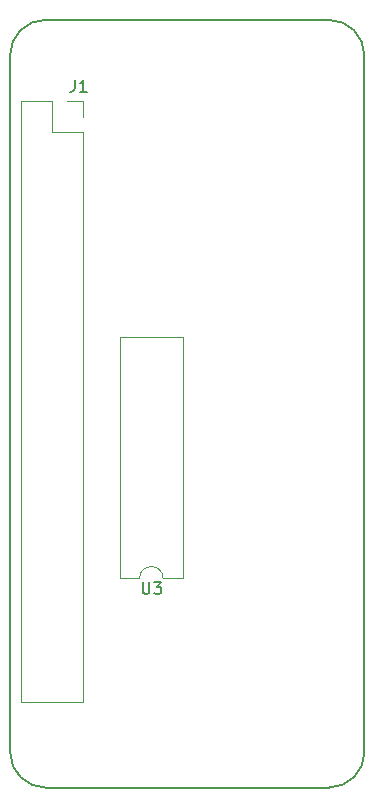
<source format=gbr>
%TF.GenerationSoftware,KiCad,Pcbnew,8.0.8*%
%TF.CreationDate,2025-02-21T13:51:55-05:00*%
%TF.ProjectId,TPI_v1,5450495f-7631-42e6-9b69-6361645f7063,rev?*%
%TF.SameCoordinates,Original*%
%TF.FileFunction,Legend,Top*%
%TF.FilePolarity,Positive*%
%FSLAX46Y46*%
G04 Gerber Fmt 4.6, Leading zero omitted, Abs format (unit mm)*
G04 Created by KiCad (PCBNEW 8.0.8) date 2025-02-21 13:51:55*
%MOMM*%
%LPD*%
G01*
G04 APERTURE LIST*
%ADD10C,0.150000*%
%ADD11C,0.120000*%
%TA.AperFunction,Profile*%
%ADD12C,0.200000*%
%TD*%
G04 APERTURE END LIST*
D10*
X149983266Y-54595019D02*
X149983266Y-55309304D01*
X149983266Y-55309304D02*
X149935647Y-55452161D01*
X149935647Y-55452161D02*
X149840409Y-55547400D01*
X149840409Y-55547400D02*
X149697552Y-55595019D01*
X149697552Y-55595019D02*
X149602314Y-55595019D01*
X150983266Y-55595019D02*
X150411838Y-55595019D01*
X150697552Y-55595019D02*
X150697552Y-54595019D01*
X150697552Y-54595019D02*
X150602314Y-54737876D01*
X150602314Y-54737876D02*
X150507076Y-54833114D01*
X150507076Y-54833114D02*
X150411838Y-54880733D01*
X155716895Y-97099619D02*
X155716895Y-97909142D01*
X155716895Y-97909142D02*
X155764514Y-98004380D01*
X155764514Y-98004380D02*
X155812133Y-98052000D01*
X155812133Y-98052000D02*
X155907371Y-98099619D01*
X155907371Y-98099619D02*
X156097847Y-98099619D01*
X156097847Y-98099619D02*
X156193085Y-98052000D01*
X156193085Y-98052000D02*
X156240704Y-98004380D01*
X156240704Y-98004380D02*
X156288323Y-97909142D01*
X156288323Y-97909142D02*
X156288323Y-97099619D01*
X156669276Y-97099619D02*
X157288323Y-97099619D01*
X157288323Y-97099619D02*
X156954990Y-97480571D01*
X156954990Y-97480571D02*
X157097847Y-97480571D01*
X157097847Y-97480571D02*
X157193085Y-97528190D01*
X157193085Y-97528190D02*
X157240704Y-97575809D01*
X157240704Y-97575809D02*
X157288323Y-97671047D01*
X157288323Y-97671047D02*
X157288323Y-97909142D01*
X157288323Y-97909142D02*
X157240704Y-98004380D01*
X157240704Y-98004380D02*
X157193085Y-98052000D01*
X157193085Y-98052000D02*
X157097847Y-98099619D01*
X157097847Y-98099619D02*
X156812133Y-98099619D01*
X156812133Y-98099619D02*
X156716895Y-98052000D01*
X156716895Y-98052000D02*
X156669276Y-98004380D01*
D11*
%TO.C,J1*%
X145439800Y-56375600D02*
X145439800Y-107295600D01*
X148039800Y-56375600D02*
X145439800Y-56375600D01*
X148039800Y-58975600D02*
X148039800Y-56375600D01*
X150639800Y-56375600D02*
X149309800Y-56375600D01*
X150639800Y-57705600D02*
X150639800Y-56375600D01*
X150639800Y-58975600D02*
X148039800Y-58975600D01*
X150639800Y-58975600D02*
X150639800Y-107295600D01*
X150639800Y-107295600D02*
X145439800Y-107295600D01*
%TO.C,U3*%
X153803400Y-76350400D02*
X153803400Y-96790400D01*
X153803400Y-96790400D02*
X155453400Y-96790400D01*
X157453400Y-96790400D02*
X159103400Y-96790400D01*
X159103400Y-76350400D02*
X153803400Y-76350400D01*
X159103400Y-96790400D02*
X159103400Y-76350400D01*
X155453400Y-96790400D02*
G75*
G02*
X157453400Y-96790400I1000000J0D01*
G01*
%TD*%
D12*
X174500000Y-52500000D02*
X174500000Y-111500000D01*
X171500000Y-114500000D02*
X147500000Y-114500000D01*
X144500000Y-111500000D02*
X144500000Y-52500000D01*
X144500000Y-52500000D02*
G75*
G02*
X147500000Y-49500000I3000000J0D01*
G01*
X171500000Y-49500000D02*
G75*
G02*
X174500000Y-52500000I0J-3000000D01*
G01*
X174500000Y-111500000D02*
G75*
G02*
X171500000Y-114500000I-3000000J0D01*
G01*
X147500000Y-114500000D02*
G75*
G02*
X144500000Y-111500000I0J3000000D01*
G01*
X147500000Y-49500000D02*
X171500000Y-49500000D01*
M02*

</source>
